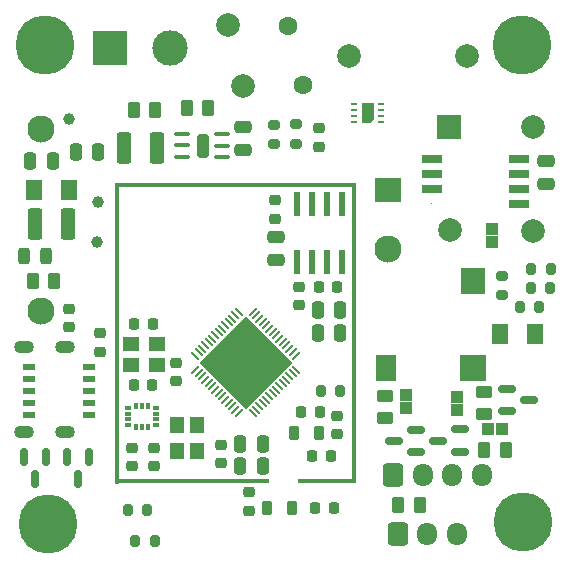
<source format=gbr>
%TF.GenerationSoftware,KiCad,Pcbnew,(6.0.9)*%
%TF.CreationDate,2022-12-23T18:09:19+01:00*%
%TF.ProjectId,Home Automation Coffee Machine PRO,486f6d65-2041-4757-946f-6d6174696f6e,5.3*%
%TF.SameCoordinates,Original*%
%TF.FileFunction,Soldermask,Top*%
%TF.FilePolarity,Negative*%
%FSLAX46Y46*%
G04 Gerber Fmt 4.6, Leading zero omitted, Abs format (unit mm)*
G04 Created by KiCad (PCBNEW (6.0.9)) date 2022-12-23 18:09:19*
%MOMM*%
%LPD*%
G01*
G04 APERTURE LIST*
G04 Aperture macros list*
%AMRoundRect*
0 Rectangle with rounded corners*
0 $1 Rounding radius*
0 $2 $3 $4 $5 $6 $7 $8 $9 X,Y pos of 4 corners*
0 Add a 4 corners polygon primitive as box body*
4,1,4,$2,$3,$4,$5,$6,$7,$8,$9,$2,$3,0*
0 Add four circle primitives for the rounded corners*
1,1,$1+$1,$2,$3*
1,1,$1+$1,$4,$5*
1,1,$1+$1,$6,$7*
1,1,$1+$1,$8,$9*
0 Add four rect primitives between the rounded corners*
20,1,$1+$1,$2,$3,$4,$5,0*
20,1,$1+$1,$4,$5,$6,$7,0*
20,1,$1+$1,$6,$7,$8,$9,0*
20,1,$1+$1,$8,$9,$2,$3,0*%
%AMRotRect*
0 Rectangle, with rotation*
0 The origin of the aperture is its center*
0 $1 length*
0 $2 width*
0 $3 Rotation angle, in degrees counterclockwise*
0 Add horizontal line*
21,1,$1,$2,0,0,$3*%
%AMFreePoly0*
4,1,6,0.500000,-0.850000,-0.500000,-0.850000,-0.500000,0.550000,-0.200000,0.850000,0.500000,0.850000,0.500000,-0.850000,0.500000,-0.850000,$1*%
G04 Aperture macros list end*
%ADD10RoundRect,0.200000X0.200000X0.275000X-0.200000X0.275000X-0.200000X-0.275000X0.200000X-0.275000X0*%
%ADD11RoundRect,0.200000X-0.200000X-0.275000X0.200000X-0.275000X0.200000X0.275000X-0.200000X0.275000X0*%
%ADD12RoundRect,0.200000X0.275000X-0.200000X0.275000X0.200000X-0.275000X0.200000X-0.275000X-0.200000X0*%
%ADD13RoundRect,0.250001X-0.462499X-0.624999X0.462499X-0.624999X0.462499X0.624999X-0.462499X0.624999X0*%
%ADD14RoundRect,0.250000X0.475000X-0.250000X0.475000X0.250000X-0.475000X0.250000X-0.475000X-0.250000X0*%
%ADD15RoundRect,0.250001X0.462499X0.624999X-0.462499X0.624999X-0.462499X-0.624999X0.462499X-0.624999X0*%
%ADD16RoundRect,0.225000X0.250000X-0.225000X0.250000X0.225000X-0.250000X0.225000X-0.250000X-0.225000X0*%
%ADD17RoundRect,0.250000X-0.262500X-0.450000X0.262500X-0.450000X0.262500X0.450000X-0.262500X0.450000X0*%
%ADD18RoundRect,0.200000X-0.275000X0.200000X-0.275000X-0.200000X0.275000X-0.200000X0.275000X0.200000X0*%
%ADD19R,1.000000X1.000000*%
%ADD20RoundRect,0.225000X-0.250000X0.225000X-0.250000X-0.225000X0.250000X-0.225000X0.250000X0.225000X0*%
%ADD21R,0.580000X0.350000*%
%ADD22R,0.350000X0.580000*%
%ADD23RoundRect,0.250000X-0.450000X0.262500X-0.450000X-0.262500X0.450000X-0.262500X0.450000X0.262500X0*%
%ADD24RoundRect,0.243750X0.243750X0.456250X-0.243750X0.456250X-0.243750X-0.456250X0.243750X-0.456250X0*%
%ADD25RoundRect,0.250000X0.250000X0.475000X-0.250000X0.475000X-0.250000X-0.475000X0.250000X-0.475000X0*%
%ADD26RoundRect,0.150000X0.587500X0.150000X-0.587500X0.150000X-0.587500X-0.150000X0.587500X-0.150000X0*%
%ADD27RoundRect,0.250000X-0.250000X-0.475000X0.250000X-0.475000X0.250000X0.475000X-0.250000X0.475000X0*%
%ADD28R,1.200000X1.400000*%
%ADD29R,0.550000X0.250000*%
%ADD30FreePoly0,180.000000*%
%ADD31C,0.800000*%
%ADD32C,5.000000*%
%ADD33R,1.100000X0.510000*%
%ADD34RoundRect,0.218750X0.218750X0.381250X-0.218750X0.381250X-0.218750X-0.381250X0.218750X-0.381250X0*%
%ADD35RoundRect,0.100000X0.550000X-0.100000X0.550000X0.100000X-0.550000X0.100000X-0.550000X-0.100000X0*%
%ADD36RoundRect,0.262500X-0.262500X0.737500X-0.262500X-0.737500X0.262500X-0.737500X0.262500X0.737500X0*%
%ADD37RoundRect,0.100000X-0.550000X0.100000X-0.550000X-0.100000X0.550000X-0.100000X0.550000X0.100000X0*%
%ADD38RoundRect,0.150000X-0.150000X0.587500X-0.150000X-0.587500X0.150000X-0.587500X0.150000X0.587500X0*%
%ADD39R,5.000000X0.400000*%
%ADD40RoundRect,0.225000X-0.225000X-0.250000X0.225000X-0.250000X0.225000X0.250000X-0.225000X0.250000X0*%
%ADD41R,1.700000X0.650000*%
%ADD42R,0.001000X0.001000*%
%ADD43R,13.000000X0.400000*%
%ADD44RoundRect,0.225000X0.225000X0.250000X-0.225000X0.250000X-0.225000X-0.250000X0.225000X-0.250000X0*%
%ADD45RoundRect,0.250000X-0.375000X-1.075000X0.375000X-1.075000X0.375000X1.075000X-0.375000X1.075000X0*%
%ADD46R,1.400000X1.200000*%
%ADD47C,1.000000*%
%ADD48R,0.400000X25.500000*%
%ADD49R,20.400000X0.400000*%
%ADD50RoundRect,0.218750X-0.218750X-0.381250X0.218750X-0.381250X0.218750X0.381250X-0.218750X0.381250X0*%
%ADD51RoundRect,0.050000X0.309359X-0.238649X-0.238649X0.309359X-0.309359X0.238649X0.238649X-0.309359X0*%
%ADD52RoundRect,0.050000X0.309359X0.238649X0.238649X0.309359X-0.309359X-0.238649X-0.238649X-0.309359X0*%
%ADD53RotRect,5.600000X5.600000X135.000000*%
%ADD54RoundRect,0.041300X-0.253700X0.948700X-0.253700X-0.948700X0.253700X-0.948700X0.253700X0.948700X0*%
%ADD55RoundRect,0.250000X0.262500X0.450000X-0.262500X0.450000X-0.262500X-0.450000X0.262500X-0.450000X0*%
%ADD56RoundRect,0.150000X-0.587500X-0.150000X0.587500X-0.150000X0.587500X0.150000X-0.587500X0.150000X0*%
%ADD57R,1.800000X2.195000*%
%ADD58R,2.195000X2.195000*%
%ADD59R,2.000000X2.195000*%
%ADD60R,0.400000X25.400000*%
%ADD61C,2.300000*%
%ADD62R,2.300000X2.000000*%
%ADD63RoundRect,0.250000X-0.600000X-0.725000X0.600000X-0.725000X0.600000X0.725000X-0.600000X0.725000X0*%
%ADD64O,1.700000X1.950000*%
%ADD65C,1.600000*%
%ADD66C,2.000000*%
%ADD67O,1.700000X1.100000*%
%ADD68R,3.000000X3.000000*%
%ADD69C,3.000000*%
%ADD70R,2.000000X2.000000*%
%ADD71C,2.010000*%
G04 APERTURE END LIST*
D10*
%TO.C,WLR2*%
X157475000Y-102480000D03*
X155825000Y-102480000D03*
%TD*%
D11*
%TO.C,WLR1*%
X156765000Y-100830000D03*
X158415000Y-100830000D03*
%TD*%
D12*
%TO.C,MXR2*%
X154290000Y-101485000D03*
X154290000Y-99835000D03*
%TD*%
D11*
%TO.C,MXR1*%
X156785000Y-99270000D03*
X158435000Y-99270000D03*
%TD*%
D13*
%TO.C,WLD1*%
X154125000Y-104750000D03*
X157100000Y-104750000D03*
%TD*%
D14*
%TO.C,AC2*%
X132375000Y-89160000D03*
X132375000Y-87260000D03*
%TD*%
D15*
%TO.C,HLD6*%
X117677500Y-92600000D03*
X114702500Y-92600000D03*
%TD*%
D16*
%TO.C,EC37*%
X132920000Y-119725000D03*
X132920000Y-118175000D03*
%TD*%
D17*
%TO.C,DS1*%
X145537500Y-119270000D03*
X147362500Y-119270000D03*
%TD*%
D18*
%TO.C,IMR2*%
X135050000Y-87045000D03*
X135050000Y-88695000D03*
%TD*%
D19*
%TO.C,Coffee1*%
X154275000Y-112850000D03*
X153155000Y-112850000D03*
%TD*%
D20*
%TO.C,SHC1*%
X138800000Y-87365000D03*
X138800000Y-88915000D03*
%TD*%
D21*
%TO.C,IMU1*%
X122685000Y-111005000D03*
X122685000Y-111505000D03*
X122685000Y-112005000D03*
X122685000Y-112505000D03*
D22*
X123360000Y-112680000D03*
X123860000Y-112680000D03*
X124360000Y-112680000D03*
D21*
X125035000Y-112505000D03*
X125035000Y-112005000D03*
X125035000Y-111505000D03*
X125035000Y-111005000D03*
D22*
X124360000Y-110830000D03*
X123860000Y-110830000D03*
X123360000Y-110830000D03*
%TD*%
D23*
%TO.C,QR2*%
X152810000Y-109687500D03*
X152810000Y-111512500D03*
%TD*%
D11*
%TO.C,ER2*%
X122615000Y-119680000D03*
X124265000Y-119680000D03*
%TD*%
D24*
%TO.C,HLD1*%
X115737500Y-98170000D03*
X113862500Y-98170000D03*
%TD*%
D25*
%TO.C,EC18*%
X140640000Y-104670000D03*
X138740000Y-104670000D03*
%TD*%
D26*
%TO.C,Q1*%
X145152500Y-113830000D03*
X147027500Y-112880000D03*
X147027500Y-114780000D03*
%TD*%
D25*
%TO.C,EC15*%
X134050000Y-115920000D03*
X132150000Y-115920000D03*
%TD*%
%TO.C,EC17*%
X140620000Y-102760000D03*
X138720000Y-102760000D03*
%TD*%
D10*
%TO.C,ER1*%
X140615000Y-109580000D03*
X138965000Y-109580000D03*
%TD*%
D27*
%TO.C,HLC3*%
X114370000Y-90160000D03*
X116270000Y-90160000D03*
%TD*%
D28*
%TO.C,ECY1*%
X128530000Y-114670000D03*
X128530000Y-112470000D03*
X126830000Y-112470000D03*
X126830000Y-114670000D03*
%TD*%
D29*
%TO.C,SH1*%
X144105036Y-86800510D03*
X144105036Y-86300510D03*
X144105036Y-85800510D03*
X144105036Y-85300510D03*
X141755036Y-85300510D03*
X141755036Y-85800510D03*
X141755036Y-86300510D03*
X141755036Y-86800510D03*
D30*
X142930036Y-86050510D03*
%TD*%
D31*
%TO.C,REF\u002A\u002A*%
X155994175Y-82139175D03*
X157869175Y-80264175D03*
X154119175Y-80264175D03*
X155994175Y-78389175D03*
X157320000Y-81590000D03*
X154668350Y-78938350D03*
X154668350Y-81590000D03*
D32*
X155994175Y-80264175D03*
D31*
X157320000Y-78938350D03*
%TD*%
D33*
%TO.C,CH340K1*%
X114280000Y-107600000D03*
X114280000Y-108600000D03*
X114280000Y-109600000D03*
X114280000Y-110600000D03*
X114280000Y-111600000D03*
X119380000Y-111600000D03*
X119380000Y-110600000D03*
X119380000Y-109600000D03*
X119380000Y-108600000D03*
X119380000Y-107600000D03*
%TD*%
D34*
%TO.C,L2*%
X138822500Y-113170000D03*
X136697500Y-113170000D03*
%TD*%
D35*
%TO.C,AU1*%
X127252500Y-87850006D03*
X127257500Y-88790006D03*
D36*
X128972500Y-88815006D03*
D35*
X127257500Y-89775006D03*
D37*
X130647500Y-89745006D03*
X130642500Y-88830006D03*
X130642500Y-87870006D03*
%TD*%
D38*
%TO.C,KQ2*%
X119350000Y-115152500D03*
X117450000Y-115152500D03*
X118400000Y-117027500D03*
%TD*%
D19*
%TO.C,Grinder1*%
X150520000Y-110110000D03*
X150520000Y-111230000D03*
%TD*%
D39*
%TO.C,*%
X139530000Y-117220000D03*
%TD*%
D17*
%TO.C,HLR1*%
X114597500Y-100320000D03*
X116422500Y-100320000D03*
%TD*%
D19*
%TO.C,h20*%
X146190000Y-109945000D03*
X146190000Y-111065000D03*
%TD*%
D40*
%TO.C,AUC1*%
X138785000Y-100820000D03*
X140335000Y-100820000D03*
%TD*%
D41*
%TO.C,MAX66751*%
X155720000Y-93780000D03*
X155720000Y-92510000D03*
X155720000Y-91240000D03*
X155720000Y-89970000D03*
X148420000Y-89970000D03*
X148420000Y-91240000D03*
X148420000Y-92510000D03*
D42*
X148420000Y-93780000D03*
%TD*%
D25*
%TO.C,EC14*%
X134070000Y-114060000D03*
X132170000Y-114060000D03*
%TD*%
D20*
%TO.C,EC13*%
X124850000Y-114395000D03*
X124850000Y-115945000D03*
%TD*%
D43*
%TO.C,*%
X128060000Y-117220000D03*
%TD*%
D16*
%TO.C,EC26*%
X137150000Y-102295000D03*
X137150000Y-100745000D03*
%TD*%
%TO.C,IMUC1*%
X122970000Y-115945000D03*
X122970000Y-114395000D03*
%TD*%
D44*
%TO.C,EC51*%
X124705000Y-109090000D03*
X123155000Y-109090000D03*
%TD*%
D31*
%TO.C,REF\u002A\u002A*%
X116985825Y-81605825D03*
X113785000Y-80280000D03*
X114334175Y-78954175D03*
X115660000Y-82155000D03*
X117535000Y-80280000D03*
D32*
X115660000Y-80280000D03*
D31*
X116985825Y-78954175D03*
X115660000Y-78405000D03*
X114334175Y-81605825D03*
%TD*%
D44*
%TO.C,EC40*%
X138865000Y-111400000D03*
X137315000Y-111400000D03*
%TD*%
D16*
%TO.C,CHC2*%
X120310000Y-106265000D03*
X120310000Y-104715000D03*
%TD*%
D45*
%TO.C,AL1*%
X122320000Y-89010000D03*
X125120000Y-89010000D03*
%TD*%
D40*
%TO.C,EC20*%
X138245000Y-115080000D03*
X139795000Y-115080000D03*
%TD*%
D46*
%TO.C,ECY2*%
X125130000Y-105650000D03*
X122930000Y-105650000D03*
X122930000Y-107350000D03*
X125130000Y-107350000D03*
%TD*%
D47*
%TO.C,TP2*%
X120070000Y-93560000D03*
%TD*%
D38*
%TO.C,KQ1*%
X115730000Y-115152500D03*
X113830000Y-115152500D03*
X114780000Y-117027500D03*
%TD*%
D16*
%TO.C,EC16*%
X126750000Y-108765000D03*
X126750000Y-107215000D03*
%TD*%
D48*
%TO.C,*%
X141820000Y-104700000D03*
%TD*%
D49*
%TO.C,*%
X131730000Y-92120000D03*
%TD*%
D14*
%TO.C,MXC1*%
X158000000Y-92060000D03*
X158000000Y-90160000D03*
%TD*%
D19*
%TO.C,MXS1*%
X153430000Y-96975000D03*
X153430000Y-95855000D03*
%TD*%
D20*
%TO.C,EC24*%
X135130000Y-93455000D03*
X135130000Y-95005000D03*
%TD*%
D26*
%TO.C,Q3*%
X150737500Y-114740000D03*
X150737500Y-112840000D03*
X148862500Y-113790000D03*
%TD*%
D20*
%TO.C,EC12*%
X130520000Y-114125000D03*
X130520000Y-115675000D03*
%TD*%
D50*
%TO.C,EL4*%
X134417500Y-119500000D03*
X136542500Y-119500000D03*
%TD*%
D45*
%TO.C,HLL2*%
X114760000Y-95460000D03*
X117560000Y-95460000D03*
%TD*%
D16*
%TO.C,CHC1*%
X117670000Y-104205000D03*
X117670000Y-102655000D03*
%TD*%
D51*
%TO.C,ESP32S3*%
X133212202Y-111449106D03*
X133495045Y-111166263D03*
X133777887Y-110883421D03*
X134060730Y-110600578D03*
X134343573Y-110317735D03*
X134626415Y-110034893D03*
X134909258Y-109752050D03*
X135192101Y-109469207D03*
X135474944Y-109186364D03*
X135757786Y-108903522D03*
X136040629Y-108620679D03*
X136323472Y-108337836D03*
X136606314Y-108054994D03*
X136889157Y-107772151D03*
D52*
X136889157Y-106587747D03*
X136606314Y-106304904D03*
X136323472Y-106022062D03*
X136040629Y-105739219D03*
X135757786Y-105456376D03*
X135474944Y-105173534D03*
X135192101Y-104890691D03*
X134909258Y-104607848D03*
X134626415Y-104325005D03*
X134343573Y-104042163D03*
X134060730Y-103759320D03*
X133777887Y-103476477D03*
X133495045Y-103193635D03*
X133212202Y-102910792D03*
D51*
X132027798Y-102910792D03*
X131744955Y-103193635D03*
X131462113Y-103476477D03*
X131179270Y-103759320D03*
X130896427Y-104042163D03*
X130613585Y-104325005D03*
X130330742Y-104607848D03*
X130047899Y-104890691D03*
X129765056Y-105173534D03*
X129482214Y-105456376D03*
X129199371Y-105739219D03*
X128916528Y-106022062D03*
X128633686Y-106304904D03*
X128350843Y-106587747D03*
D52*
X128350843Y-107772151D03*
X128633686Y-108054994D03*
X128916528Y-108337836D03*
X129199371Y-108620679D03*
X129482214Y-108903522D03*
X129765056Y-109186364D03*
X130047899Y-109469207D03*
X130330742Y-109752050D03*
X130613585Y-110034893D03*
X130896427Y-110317735D03*
X131179270Y-110600578D03*
X131462113Y-110883421D03*
X131744955Y-111166263D03*
X132027798Y-111449106D03*
D53*
X132620000Y-107179949D03*
%TD*%
D54*
%TO.C,U2*%
X140735000Y-93760000D03*
X139465000Y-93760000D03*
X138195000Y-93760000D03*
X136925000Y-93760000D03*
X136925000Y-98700000D03*
X138195000Y-98700000D03*
X139465000Y-98700000D03*
X140735000Y-98700000D03*
%TD*%
D47*
%TO.C,TP1*%
X120020000Y-96940000D03*
%TD*%
D55*
%TO.C,QR3*%
X154612500Y-114630000D03*
X152787500Y-114630000D03*
%TD*%
D20*
%TO.C,EC19*%
X140370000Y-111715000D03*
X140370000Y-113265000D03*
%TD*%
D47*
%TO.C,TP3*%
X117630000Y-86570000D03*
%TD*%
D18*
%TO.C,IMR1*%
X136900000Y-87025000D03*
X136900000Y-88675000D03*
%TD*%
D40*
%TO.C,EC38*%
X138505000Y-119480000D03*
X140055000Y-119480000D03*
%TD*%
D31*
%TO.C,REF\u002A\u002A*%
X154744175Y-119364175D03*
X157945000Y-120690000D03*
X154744175Y-122015825D03*
X156070000Y-122565000D03*
X156070000Y-118815000D03*
X157395825Y-122015825D03*
X157395825Y-119364175D03*
D32*
X156070000Y-120690000D03*
D31*
X154195000Y-120690000D03*
%TD*%
D17*
%TO.C,AR2*%
X127607500Y-85670000D03*
X129432500Y-85670000D03*
%TD*%
D56*
%TO.C,Q2*%
X154752500Y-109420000D03*
X154752500Y-111320000D03*
X156627500Y-110370000D03*
%TD*%
D11*
%TO.C,ER5*%
X123275000Y-122260000D03*
X124925000Y-122260000D03*
%TD*%
D17*
%TO.C,AR1*%
X123117500Y-85770000D03*
X124942500Y-85770000D03*
%TD*%
D25*
%TO.C,AC1*%
X120110000Y-89320000D03*
X118210000Y-89320000D03*
%TD*%
D14*
%TO.C,EC25*%
X135160000Y-98490000D03*
X135160000Y-96590000D03*
%TD*%
D31*
%TO.C,REF\u002A\u002A*%
X114514175Y-122175825D03*
X117165825Y-119524175D03*
X114514175Y-119524175D03*
X117165825Y-122175825D03*
D32*
X115840000Y-120850000D03*
D31*
X117715000Y-120850000D03*
X115840000Y-118975000D03*
X115840000Y-122725000D03*
X113965000Y-120850000D03*
%TD*%
D57*
%TO.C,BZ1*%
X144490000Y-107660000D03*
D58*
X151890000Y-107660000D03*
D59*
X151890000Y-100260000D03*
%TD*%
D60*
%TO.C,*%
X121760000Y-104740000D03*
%TD*%
D23*
%TO.C,QR1*%
X144410000Y-110027500D03*
X144410000Y-111852500D03*
%TD*%
D44*
%TO.C,EC50*%
X124735000Y-103910000D03*
X123185000Y-103910000D03*
%TD*%
D61*
%TO.C,HiLink1*%
X115272500Y-102790000D03*
X115272500Y-87390000D03*
X144672500Y-97590000D03*
D62*
X144672500Y-92590000D03*
%TD*%
D63*
%TO.C,NEXTIONLCD1*%
X145120000Y-116720000D03*
D64*
X147620000Y-116720000D03*
X150120000Y-116720000D03*
X152620000Y-116720000D03*
%TD*%
D65*
%TO.C,HLV1*%
X136170000Y-78670000D03*
X137470000Y-83670000D03*
%TD*%
D66*
%TO.C,HLC1*%
X151350000Y-81220000D03*
X141350000Y-81220000D03*
%TD*%
D67*
%TO.C,USB-M1*%
X113810000Y-105860000D03*
X113810000Y-113080000D03*
X117290000Y-105880000D03*
X117280000Y-113070000D03*
%TD*%
D63*
%TO.C,TEMPDS1*%
X145490000Y-121720000D03*
D64*
X147990000Y-121720000D03*
X150490000Y-121720000D03*
%TD*%
D68*
%TO.C,PWR220*%
X121160000Y-80570000D03*
D69*
X126240000Y-80570000D03*
%TD*%
D66*
%TO.C,HLL1*%
X156961875Y-96026250D03*
X149914375Y-95948750D03*
X156911875Y-87271250D03*
D70*
X149844375Y-87198750D03*
%TD*%
D71*
%TO.C,PF1*%
X132345431Y-83731423D03*
X131145431Y-78631423D03*
%TD*%
M02*

</source>
